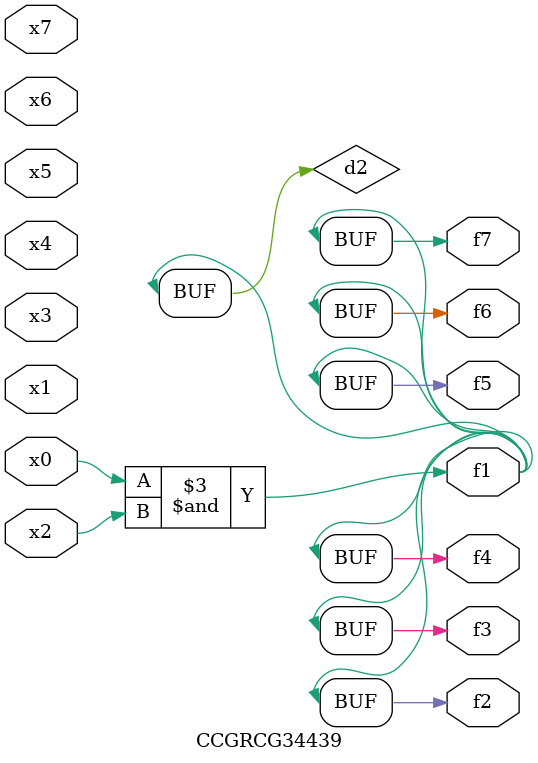
<source format=v>
module CCGRCG34439(
	input x0, x1, x2, x3, x4, x5, x6, x7,
	output f1, f2, f3, f4, f5, f6, f7
);

	wire d1, d2;

	nor (d1, x3, x6);
	and (d2, x0, x2);
	assign f1 = d2;
	assign f2 = d2;
	assign f3 = d2;
	assign f4 = d2;
	assign f5 = d2;
	assign f6 = d2;
	assign f7 = d2;
endmodule

</source>
